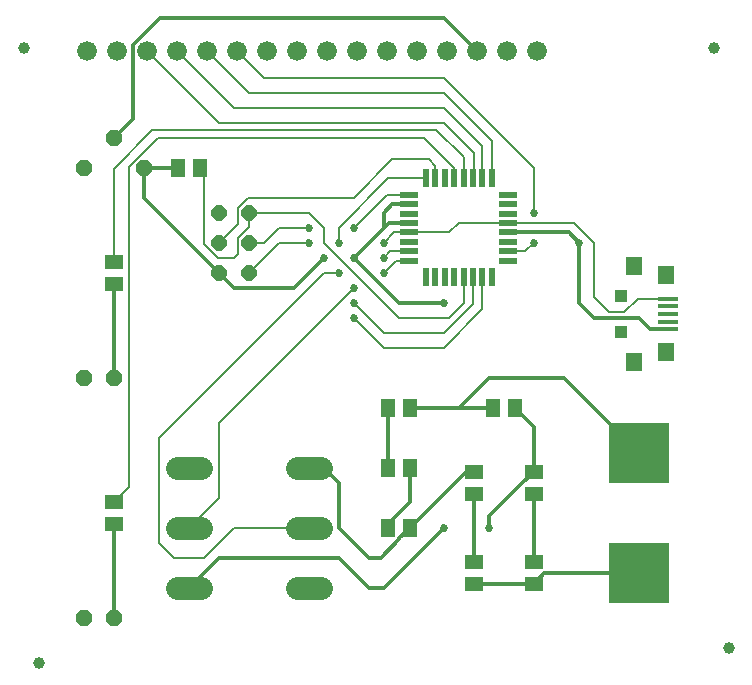
<source format=gbr>
G04 EAGLE Gerber RS-274X export*
G75*
%MOMM*%
%FSLAX34Y34*%
%LPD*%
%INTop Copper*%
%IPPOS*%
%AMOC8*
5,1,8,0,0,1.08239X$1,22.5*%
G01*
%ADD10C,1.981200*%
%ADD11P,1.415766X8X112.500000*%
%ADD12R,1.600000X0.550000*%
%ADD13R,0.550000X1.600000*%
%ADD14C,1.676400*%
%ADD15P,1.429621X8X202.500000*%
%ADD16C,1.000000*%
%ADD17P,1.429621X8X22.500000*%
%ADD18R,1.600000X1.300000*%
%ADD19R,1.300000X1.600000*%
%ADD20R,1.800000X0.400000*%
%ADD21R,1.350000X1.500000*%
%ADD22R,1.400000X1.500000*%
%ADD23R,1.100000X1.000000*%
%ADD24C,0.304800*%
%ADD25R,5.080000X5.080000*%
%ADD26C,0.685800*%
%ADD27C,0.203200*%


D10*
X294894Y177800D02*
X314706Y177800D01*
X314706Y228600D02*
X294894Y228600D01*
X294894Y279400D02*
X314706Y279400D01*
X396494Y177800D02*
X416306Y177800D01*
X416306Y228600D02*
X396494Y228600D01*
X396494Y279400D02*
X416306Y279400D01*
D11*
X330200Y469900D03*
X355600Y469900D03*
X330200Y444500D03*
X355600Y444500D03*
X355600Y495300D03*
X330200Y495300D03*
D12*
X575200Y454600D03*
X575200Y462600D03*
X575200Y470600D03*
X575200Y478600D03*
X575200Y486600D03*
X575200Y494600D03*
X575200Y502600D03*
X575200Y510600D03*
D13*
X561400Y524400D03*
X553400Y524400D03*
X545400Y524400D03*
X537400Y524400D03*
X529400Y524400D03*
X521400Y524400D03*
X513400Y524400D03*
X505400Y524400D03*
D12*
X491600Y510600D03*
X491600Y502600D03*
X491600Y494600D03*
X491600Y486600D03*
X491600Y478600D03*
X491600Y470600D03*
X491600Y462600D03*
X491600Y454600D03*
D13*
X505400Y440800D03*
X513400Y440800D03*
X521400Y440800D03*
X529400Y440800D03*
X537400Y440800D03*
X545400Y440800D03*
X553400Y440800D03*
X561400Y440800D03*
D14*
X599400Y632400D03*
X574000Y632400D03*
X548600Y632400D03*
X523200Y632400D03*
X497800Y632400D03*
X472400Y632400D03*
X447000Y632400D03*
X421600Y632400D03*
X396200Y632400D03*
X370800Y632400D03*
X345400Y632400D03*
X320000Y632400D03*
X294600Y632400D03*
X269200Y632400D03*
X243800Y632400D03*
X218400Y632400D03*
D15*
X241300Y355600D03*
X215900Y355600D03*
X241300Y152400D03*
X215900Y152400D03*
D16*
X165100Y635000D03*
X177800Y114300D03*
X762000Y127000D03*
X749300Y635000D03*
D17*
X215900Y533400D03*
X266700Y533400D03*
X241300Y558800D03*
D18*
X596900Y200000D03*
X596900Y181000D03*
X596900Y276200D03*
X596900Y257200D03*
D19*
X581000Y330200D03*
X562000Y330200D03*
D18*
X546100Y200000D03*
X546100Y181000D03*
X546100Y276200D03*
X546100Y257200D03*
D19*
X473100Y330200D03*
X492100Y330200D03*
X492100Y279400D03*
X473100Y279400D03*
X492100Y228600D03*
X473100Y228600D03*
D18*
X241300Y250800D03*
X241300Y231800D03*
X241300Y454000D03*
X241300Y435000D03*
D19*
X295300Y533400D03*
X314300Y533400D03*
D20*
X710400Y409700D03*
X710600Y403200D03*
X710600Y396700D03*
X710400Y416200D03*
X710400Y422700D03*
D21*
X682000Y369050D03*
X681950Y450500D03*
D22*
X708900Y442200D03*
X708900Y377200D03*
D23*
X670400Y394700D03*
X670400Y424700D03*
D24*
X539700Y276200D02*
X492100Y228600D01*
X539700Y276200D02*
X546100Y276200D01*
X492100Y228600D02*
X483156Y219656D01*
X483156Y219127D01*
X467229Y203200D01*
X457200Y203200D01*
X431800Y228600D01*
X431800Y266700D01*
X419100Y279400D01*
X406400Y279400D01*
X533400Y330200D02*
X562000Y330200D01*
X533400Y330200D02*
X492100Y330200D01*
X533400Y330200D02*
X558800Y355600D01*
X622300Y355600D02*
X685800Y292100D01*
D25*
X685800Y292100D03*
D24*
X609600Y355600D02*
X558800Y355600D01*
X609600Y355600D02*
X622300Y355600D01*
X596900Y314300D02*
X596900Y276200D01*
X596900Y314300D02*
X581000Y330200D01*
X330200Y203200D02*
X304800Y177800D01*
X330200Y203200D02*
X431800Y203200D01*
X457200Y177800D01*
X469900Y177800D01*
X520700Y228600D01*
D26*
X520700Y228600D03*
X558800Y228600D03*
D24*
X587427Y267256D02*
X587956Y267256D01*
X596900Y276200D01*
X558800Y238629D02*
X558800Y228600D01*
X558800Y238629D02*
X587427Y267256D01*
D26*
X431800Y444500D03*
X469900Y457200D03*
D27*
X475300Y462600D01*
X491600Y462600D01*
X431800Y444500D02*
X419100Y444500D01*
X279400Y304800D01*
X342900Y228600D02*
X317500Y203200D01*
X292100Y203200D01*
X279400Y215900D01*
X279400Y304800D01*
X342900Y228600D02*
X406400Y228600D01*
X513400Y535300D02*
X508000Y540700D01*
X513400Y535300D02*
X513400Y524400D01*
X477200Y540700D02*
X444500Y508000D01*
X477200Y540700D02*
X508000Y540700D01*
X346012Y485712D02*
X330200Y469900D01*
X346012Y485712D02*
X346012Y499272D01*
X354741Y508000D01*
X444500Y508000D01*
X537400Y440800D02*
X537400Y419100D01*
X419100Y469900D02*
X419100Y482600D01*
X406400Y495300D02*
X355600Y495300D01*
X419100Y469900D02*
X482600Y406400D01*
X524700Y406400D02*
X537400Y419100D01*
X524700Y406400D02*
X482600Y406400D01*
X419100Y482600D02*
X406400Y495300D01*
X317500Y530200D02*
X314300Y533400D01*
X317500Y530200D02*
X317500Y469041D01*
X355600Y483460D02*
X355600Y495300D01*
X355600Y483460D02*
X346012Y473872D01*
X346012Y460312D02*
X342900Y457200D01*
X346012Y460312D02*
X346012Y473872D01*
X342900Y457200D02*
X329341Y457200D01*
X317500Y469041D01*
X355600Y469900D02*
X368300Y469900D01*
X381000Y482600D01*
X444500Y482600D02*
X472500Y510600D01*
X491600Y510600D01*
D26*
X406400Y482600D03*
D27*
X381000Y482600D01*
D26*
X444500Y482600D03*
D27*
X478600Y478600D02*
X491600Y478600D01*
X478600Y478600D02*
X469900Y469900D01*
D26*
X469900Y469900D03*
D25*
X685800Y190500D03*
D24*
X596900Y181000D02*
X546100Y181000D01*
D27*
X575200Y486600D02*
X631000Y486600D01*
X685000Y422700D02*
X710400Y422700D01*
X685000Y422700D02*
X673272Y410972D01*
X647700Y469900D02*
X631000Y486600D01*
X660400Y410972D02*
X673272Y410972D01*
X575200Y486600D02*
X533400Y486600D01*
X525400Y478600D02*
X491600Y478600D01*
X525400Y478600D02*
X533400Y486600D01*
X647700Y423672D02*
X660400Y410972D01*
X647700Y423672D02*
X647700Y469900D01*
D24*
X606929Y190500D02*
X606373Y189944D01*
X605844Y189944D01*
X596900Y181000D01*
X606929Y190500D02*
X685800Y190500D01*
D26*
X444500Y431800D03*
X469900Y444500D03*
D27*
X480000Y454600D01*
X491600Y454600D01*
X444500Y431800D02*
X330200Y317500D01*
X330200Y254000D01*
X304800Y228600D01*
X545400Y418400D02*
X545400Y440800D01*
X520700Y393700D02*
X469900Y393700D01*
X444500Y419100D01*
D26*
X444500Y419100D03*
D27*
X520700Y393700D02*
X545400Y418400D01*
X553400Y413700D02*
X553400Y440800D01*
X553400Y413700D02*
X520700Y381000D01*
X469900Y381000D01*
X444500Y406400D01*
D26*
X444500Y406400D03*
D27*
X575200Y462600D02*
X589600Y462600D01*
X596900Y469900D01*
D26*
X596900Y469900D03*
X596900Y495300D03*
D27*
X596900Y533400D01*
X520700Y609600D01*
X368200Y609600D02*
X345400Y632400D01*
X368200Y609600D02*
X520700Y609600D01*
X520700Y596900D02*
X561400Y556200D01*
X561400Y524400D01*
X355500Y596900D02*
X320000Y632400D01*
X355500Y596900D02*
X520700Y596900D01*
X553400Y551500D02*
X553400Y524400D01*
X342800Y584200D02*
X294600Y632400D01*
X520700Y584200D02*
X553400Y551500D01*
X520700Y584200D02*
X342800Y584200D01*
X545400Y524400D02*
X546100Y525100D01*
X546100Y546100D02*
X520700Y571500D01*
X546100Y546100D02*
X546100Y525100D01*
X330100Y571500D02*
X269200Y632400D01*
X330100Y571500D02*
X520700Y571500D01*
X537400Y542100D02*
X537400Y524400D01*
X514477Y565023D02*
X273873Y565023D01*
X241300Y532450D01*
X514477Y565023D02*
X537400Y542100D01*
X241300Y532450D02*
X241300Y454000D01*
D24*
X241300Y558800D02*
X257262Y574762D01*
X257262Y637345D01*
X280317Y660400D01*
X520700Y660400D01*
X548600Y632500D02*
X548600Y632400D01*
X548600Y632500D02*
X520700Y660400D01*
X491600Y486600D02*
X473900Y486600D01*
X469900Y482600D01*
D26*
X444500Y457200D03*
D24*
X469900Y482600D01*
D26*
X419100Y457200D03*
D24*
X393700Y431800D01*
X342900Y431800D01*
X330200Y444500D01*
X477200Y502600D02*
X491600Y502600D01*
X477200Y502600D02*
X469900Y495300D01*
X469900Y482600D01*
X444500Y457200D02*
X482600Y419100D01*
X520700Y419100D01*
D26*
X520700Y419100D03*
D24*
X575200Y478600D02*
X626300Y478600D01*
X635000Y469900D01*
D26*
X635000Y469900D03*
D24*
X266700Y508000D02*
X266700Y533400D01*
X266700Y508000D02*
X330200Y444500D01*
X635000Y469900D02*
X635000Y419100D01*
X647700Y406400D01*
X685800Y406400D01*
X695500Y396700D02*
X710600Y396700D01*
X695500Y396700D02*
X685800Y406400D01*
X295300Y533400D02*
X266700Y533400D01*
D27*
X355600Y444500D02*
X381000Y469900D01*
X406400Y469900D01*
D26*
X406400Y469900D03*
X431800Y469900D03*
D27*
X431800Y482600D01*
X473600Y524400D02*
X505400Y524400D01*
X473600Y524400D02*
X431800Y482600D01*
D24*
X241300Y435000D02*
X241300Y355600D01*
X241300Y231800D02*
X241300Y152400D01*
D27*
X529400Y524400D02*
X529400Y533400D01*
X504000Y558800D02*
X278450Y558800D01*
X254000Y534350D01*
X254000Y263500D02*
X241300Y250800D01*
X254000Y263500D02*
X254000Y534350D01*
X504000Y558800D02*
X529400Y533400D01*
D24*
X596900Y257200D02*
X596900Y200000D01*
X546100Y200000D02*
X546100Y257200D01*
X473100Y279400D02*
X473100Y330200D01*
X492100Y279400D02*
X492100Y250800D01*
X473100Y231800D02*
X473100Y228600D01*
X473100Y231800D02*
X492100Y250800D01*
M02*

</source>
